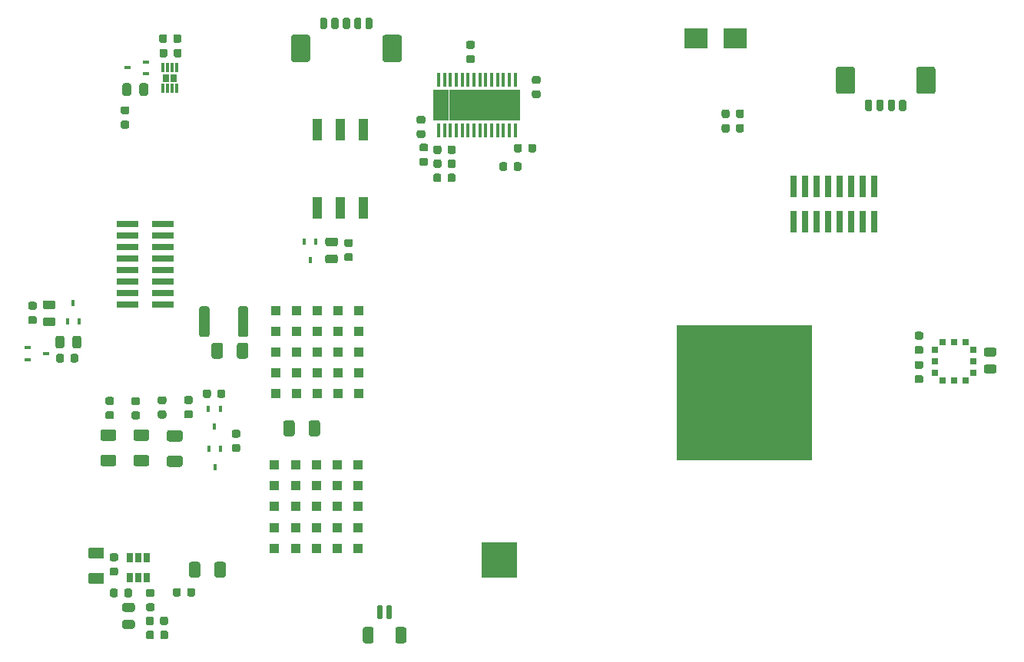
<source format=gtp>
G04 #@! TF.GenerationSoftware,KiCad,Pcbnew,(5.1.10-1-10_14)*
G04 #@! TF.CreationDate,2022-08-11T15:17:29-07:00*
G04 #@! TF.ProjectId,ulc-mm,756c632d-6d6d-42e6-9b69-6361645f7063,rev?*
G04 #@! TF.SameCoordinates,Original*
G04 #@! TF.FileFunction,Paste,Top*
G04 #@! TF.FilePolarity,Positive*
%FSLAX46Y46*%
G04 Gerber Fmt 4.6, Leading zero omitted, Abs format (unit mm)*
G04 Created by KiCad (PCBNEW (5.1.10-1-10_14)) date 2022-08-11 15:17:29*
%MOMM*%
%LPD*%
G01*
G04 APERTURE LIST*
%ADD10R,3.960000X3.960000*%
%ADD11R,1.675000X3.400000*%
%ADD12R,6.170000X2.400000*%
%ADD13R,0.300000X1.600000*%
%ADD14R,6.170000X0.500000*%
%ADD15R,0.300000X1.000000*%
%ADD16R,0.650000X0.850000*%
%ADD17R,1.060000X1.060000*%
%ADD18R,0.650000X1.060000*%
%ADD19R,0.450000X0.700000*%
%ADD20R,2.400000X0.740000*%
%ADD21R,1.120000X2.440000*%
%ADD22R,0.700000X0.450000*%
%ADD23R,0.740000X2.400000*%
%ADD24R,2.500000X2.300000*%
%ADD25R,15.000000X15.000000*%
%ADD26R,0.650000X0.700000*%
%ADD27R,0.700000X0.650000*%
G04 APERTURE END LIST*
D10*
X253047900Y-160985500D03*
D11*
X254488400Y-110804100D03*
D12*
X250565900Y-110804100D03*
D13*
X246340900Y-108004100D03*
X246990900Y-108004100D03*
X247640900Y-108004100D03*
X248290900Y-108004100D03*
X248940900Y-108004100D03*
X249590900Y-108004100D03*
X250240900Y-108004100D03*
X250890900Y-108004100D03*
X251540900Y-108004100D03*
X252190900Y-108004100D03*
X252840900Y-108004100D03*
X253490900Y-108004100D03*
X254140900Y-108004100D03*
X254790900Y-108004100D03*
X254790900Y-113604100D03*
X254140900Y-113604100D03*
X253490900Y-113604100D03*
X252840900Y-113604100D03*
X252190900Y-113604100D03*
X251540900Y-113604100D03*
X250890900Y-113604100D03*
X250240900Y-113604100D03*
X249590900Y-113604100D03*
X248940900Y-113604100D03*
X248290900Y-113604100D03*
X247640900Y-113604100D03*
X246990900Y-113604100D03*
X246340900Y-113604100D03*
D11*
X246643400Y-110804100D03*
D14*
X250565900Y-112254100D03*
X250565900Y-109354100D03*
G36*
G01*
X215650960Y-167962590D02*
X215650960Y-167450090D01*
G75*
G02*
X215869710Y-167231340I218750J0D01*
G01*
X216307210Y-167231340D01*
G75*
G02*
X216525960Y-167450090I0J-218750D01*
G01*
X216525960Y-167962590D01*
G75*
G02*
X216307210Y-168181340I-218750J0D01*
G01*
X215869710Y-168181340D01*
G75*
G02*
X215650960Y-167962590I0J218750D01*
G01*
G37*
G36*
G01*
X214075960Y-167962590D02*
X214075960Y-167450090D01*
G75*
G02*
X214294710Y-167231340I218750J0D01*
G01*
X214732210Y-167231340D01*
G75*
G02*
X214950960Y-167450090I0J-218750D01*
G01*
X214950960Y-167962590D01*
G75*
G02*
X214732210Y-168181340I-218750J0D01*
G01*
X214294710Y-168181340D01*
G75*
G02*
X214075960Y-167962590I0J218750D01*
G01*
G37*
G36*
G01*
X250116450Y-106140000D02*
X249603950Y-106140000D01*
G75*
G02*
X249385200Y-105921250I0J218750D01*
G01*
X249385200Y-105483750D01*
G75*
G02*
X249603950Y-105265000I218750J0D01*
G01*
X250116450Y-105265000D01*
G75*
G02*
X250335200Y-105483750I0J-218750D01*
G01*
X250335200Y-105921250D01*
G75*
G02*
X250116450Y-106140000I-218750J0D01*
G01*
G37*
G36*
G01*
X250116450Y-104565000D02*
X249603950Y-104565000D01*
G75*
G02*
X249385200Y-104346250I0J218750D01*
G01*
X249385200Y-103908750D01*
G75*
G02*
X249603950Y-103690000I218750J0D01*
G01*
X250116450Y-103690000D01*
G75*
G02*
X250335200Y-103908750I0J-218750D01*
G01*
X250335200Y-104346250D01*
G75*
G02*
X250116450Y-104565000I-218750J0D01*
G01*
G37*
D15*
X215950000Y-108950000D03*
X216450000Y-108950000D03*
X216950000Y-108950000D03*
X217450000Y-108950000D03*
X217450000Y-106650000D03*
X216950000Y-106650000D03*
X216450000Y-106650000D03*
X215950000Y-106650000D03*
D16*
X217137500Y-107800000D03*
X216262500Y-107800000D03*
D17*
X228401900Y-133457900D03*
X228401900Y-135747900D03*
X228401900Y-138037900D03*
X228401900Y-140327900D03*
X228401900Y-142617900D03*
X230691900Y-133457900D03*
X230691900Y-135747900D03*
X230691900Y-138037900D03*
X230691900Y-140327900D03*
X230691900Y-142617900D03*
X232981900Y-133457900D03*
X232981900Y-135747900D03*
X232981900Y-138037900D03*
X232981900Y-140327900D03*
X232981900Y-142617900D03*
X235271900Y-133457900D03*
X235271900Y-135747900D03*
X235271900Y-138037900D03*
X235271900Y-140327900D03*
X235271900Y-142617900D03*
X237561900Y-133457900D03*
X237561900Y-135747900D03*
X237561900Y-138037900D03*
X237561900Y-140327900D03*
X237561900Y-142617900D03*
X237434900Y-159685400D03*
X237434900Y-157395400D03*
X237434900Y-155105400D03*
X237434900Y-152815400D03*
X237434900Y-150525400D03*
X235144900Y-159685400D03*
X235144900Y-157395400D03*
X235144900Y-155105400D03*
X235144900Y-152815400D03*
X235144900Y-150525400D03*
X232854900Y-159685400D03*
X232854900Y-157395400D03*
X232854900Y-155105400D03*
X232854900Y-152815400D03*
X232854900Y-150525400D03*
X230564900Y-159685400D03*
X230564900Y-157395400D03*
X230564900Y-155105400D03*
X230564900Y-152815400D03*
X230564900Y-150525400D03*
X228274900Y-159685400D03*
X228274900Y-157395400D03*
X228274900Y-155105400D03*
X228274900Y-152815400D03*
X228274900Y-150525400D03*
D18*
X214201460Y-160775340D03*
X213251460Y-160775340D03*
X212301460Y-160775340D03*
X212301460Y-162975340D03*
X214201460Y-162975340D03*
X213251460Y-162975340D03*
D19*
X232844500Y-125873300D03*
X231544500Y-125873300D03*
X232194500Y-127873300D03*
D20*
X212020000Y-123885000D03*
X215920000Y-123885000D03*
X212020000Y-125155000D03*
X215920000Y-125155000D03*
X212020000Y-126425000D03*
X215920000Y-126425000D03*
X212020000Y-127695000D03*
X215920000Y-127695000D03*
X212020000Y-128965000D03*
X215920000Y-128965000D03*
X212020000Y-130235000D03*
X215920000Y-130235000D03*
X212020000Y-131505000D03*
X215920000Y-131505000D03*
X212020000Y-132775000D03*
X215920000Y-132775000D03*
G36*
G01*
X246631900Y-118557850D02*
X246631900Y-119070350D01*
G75*
G02*
X246413150Y-119289100I-218750J0D01*
G01*
X245975650Y-119289100D01*
G75*
G02*
X245756900Y-119070350I0J218750D01*
G01*
X245756900Y-118557850D01*
G75*
G02*
X245975650Y-118339100I218750J0D01*
G01*
X246413150Y-118339100D01*
G75*
G02*
X246631900Y-118557850I0J-218750D01*
G01*
G37*
G36*
G01*
X248206900Y-118557850D02*
X248206900Y-119070350D01*
G75*
G02*
X247988150Y-119289100I-218750J0D01*
G01*
X247550650Y-119289100D01*
G75*
G02*
X247331900Y-119070350I0J218750D01*
G01*
X247331900Y-118557850D01*
G75*
G02*
X247550650Y-118339100I218750J0D01*
G01*
X247988150Y-118339100D01*
G75*
G02*
X248206900Y-118557850I0J-218750D01*
G01*
G37*
G36*
G01*
X244155650Y-111962780D02*
X244668150Y-111962780D01*
G75*
G02*
X244886900Y-112181530I0J-218750D01*
G01*
X244886900Y-112619030D01*
G75*
G02*
X244668150Y-112837780I-218750J0D01*
G01*
X244155650Y-112837780D01*
G75*
G02*
X243936900Y-112619030I0J218750D01*
G01*
X243936900Y-112181530D01*
G75*
G02*
X244155650Y-111962780I218750J0D01*
G01*
G37*
G36*
G01*
X244155650Y-113537780D02*
X244668150Y-113537780D01*
G75*
G02*
X244886900Y-113756530I0J-218750D01*
G01*
X244886900Y-114194030D01*
G75*
G02*
X244668150Y-114412780I-218750J0D01*
G01*
X244155650Y-114412780D01*
G75*
G02*
X243936900Y-114194030I0J218750D01*
G01*
X243936900Y-113756530D01*
G75*
G02*
X244155650Y-113537780I218750J0D01*
G01*
G37*
G36*
G01*
X216118550Y-145370300D02*
X215606050Y-145370300D01*
G75*
G02*
X215387300Y-145151550I0J218750D01*
G01*
X215387300Y-144714050D01*
G75*
G02*
X215606050Y-144495300I218750J0D01*
G01*
X216118550Y-144495300D01*
G75*
G02*
X216337300Y-144714050I0J-218750D01*
G01*
X216337300Y-145151550D01*
G75*
G02*
X216118550Y-145370300I-218750J0D01*
G01*
G37*
G36*
G01*
X216118550Y-143795300D02*
X215606050Y-143795300D01*
G75*
G02*
X215387300Y-143576550I0J218750D01*
G01*
X215387300Y-143139050D01*
G75*
G02*
X215606050Y-142920300I218750J0D01*
G01*
X216118550Y-142920300D01*
G75*
G02*
X216337300Y-143139050I0J-218750D01*
G01*
X216337300Y-143576550D01*
G75*
G02*
X216118550Y-143795300I-218750J0D01*
G01*
G37*
G36*
G01*
X224117600Y-138521900D02*
X224117600Y-137271900D01*
G75*
G02*
X224367600Y-137021900I250000J0D01*
G01*
X225117600Y-137021900D01*
G75*
G02*
X225367600Y-137271900I0J-250000D01*
G01*
X225367600Y-138521900D01*
G75*
G02*
X225117600Y-138771900I-250000J0D01*
G01*
X224367600Y-138771900D01*
G75*
G02*
X224117600Y-138521900I0J250000D01*
G01*
G37*
G36*
G01*
X221317600Y-138521900D02*
X221317600Y-137271900D01*
G75*
G02*
X221567600Y-137021900I250000J0D01*
G01*
X222317600Y-137021900D01*
G75*
G02*
X222567600Y-137271900I0J-250000D01*
G01*
X222567600Y-138521900D01*
G75*
G02*
X222317600Y-138771900I-250000J0D01*
G01*
X221567600Y-138771900D01*
G75*
G02*
X221317600Y-138521900I0J250000D01*
G01*
G37*
G36*
G01*
X245777700Y-117502950D02*
X245777700Y-116990450D01*
G75*
G02*
X245996450Y-116771700I218750J0D01*
G01*
X246433950Y-116771700D01*
G75*
G02*
X246652700Y-116990450I0J-218750D01*
G01*
X246652700Y-117502950D01*
G75*
G02*
X246433950Y-117721700I-218750J0D01*
G01*
X245996450Y-117721700D01*
G75*
G02*
X245777700Y-117502950I0J218750D01*
G01*
G37*
G36*
G01*
X247352700Y-117502950D02*
X247352700Y-116990450D01*
G75*
G02*
X247571450Y-116771700I218750J0D01*
G01*
X248008950Y-116771700D01*
G75*
G02*
X248227700Y-116990450I0J-218750D01*
G01*
X248227700Y-117502950D01*
G75*
G02*
X248008950Y-117721700I-218750J0D01*
G01*
X247571450Y-117721700D01*
G75*
G02*
X247352700Y-117502950I0J218750D01*
G01*
G37*
G36*
G01*
X256855650Y-107563500D02*
X257368150Y-107563500D01*
G75*
G02*
X257586900Y-107782250I0J-218750D01*
G01*
X257586900Y-108219750D01*
G75*
G02*
X257368150Y-108438500I-218750J0D01*
G01*
X256855650Y-108438500D01*
G75*
G02*
X256636900Y-108219750I0J218750D01*
G01*
X256636900Y-107782250D01*
G75*
G02*
X256855650Y-107563500I218750J0D01*
G01*
G37*
G36*
G01*
X256855650Y-109138500D02*
X257368150Y-109138500D01*
G75*
G02*
X257586900Y-109357250I0J-218750D01*
G01*
X257586900Y-109794750D01*
G75*
G02*
X257368150Y-110013500I-218750J0D01*
G01*
X256855650Y-110013500D01*
G75*
G02*
X256636900Y-109794750I0J218750D01*
G01*
X256636900Y-109357250D01*
G75*
G02*
X256855650Y-109138500I218750J0D01*
G01*
G37*
G36*
G01*
X255496900Y-117307850D02*
X255496900Y-117820350D01*
G75*
G02*
X255278150Y-118039100I-218750J0D01*
G01*
X254840650Y-118039100D01*
G75*
G02*
X254621900Y-117820350I0J218750D01*
G01*
X254621900Y-117307850D01*
G75*
G02*
X254840650Y-117089100I218750J0D01*
G01*
X255278150Y-117089100D01*
G75*
G02*
X255496900Y-117307850I0J-218750D01*
G01*
G37*
G36*
G01*
X253921900Y-117307850D02*
X253921900Y-117820350D01*
G75*
G02*
X253703150Y-118039100I-218750J0D01*
G01*
X253265650Y-118039100D01*
G75*
G02*
X253046900Y-117820350I0J218750D01*
G01*
X253046900Y-117307850D01*
G75*
G02*
X253265650Y-117089100I218750J0D01*
G01*
X253703150Y-117089100D01*
G75*
G02*
X253921900Y-117307850I0J-218750D01*
G01*
G37*
G36*
G01*
X209840250Y-142996500D02*
X210352750Y-142996500D01*
G75*
G02*
X210571500Y-143215250I0J-218750D01*
G01*
X210571500Y-143652750D01*
G75*
G02*
X210352750Y-143871500I-218750J0D01*
G01*
X209840250Y-143871500D01*
G75*
G02*
X209621500Y-143652750I0J218750D01*
G01*
X209621500Y-143215250D01*
G75*
G02*
X209840250Y-142996500I218750J0D01*
G01*
G37*
G36*
G01*
X209840250Y-144571500D02*
X210352750Y-144571500D01*
G75*
G02*
X210571500Y-144790250I0J-218750D01*
G01*
X210571500Y-145227750D01*
G75*
G02*
X210352750Y-145446500I-218750J0D01*
G01*
X209840250Y-145446500D01*
G75*
G02*
X209621500Y-145227750I0J218750D01*
G01*
X209621500Y-144790250D01*
G75*
G02*
X209840250Y-144571500I218750J0D01*
G01*
G37*
G36*
G01*
X212710450Y-144596900D02*
X213222950Y-144596900D01*
G75*
G02*
X213441700Y-144815650I0J-218750D01*
G01*
X213441700Y-145253150D01*
G75*
G02*
X213222950Y-145471900I-218750J0D01*
G01*
X212710450Y-145471900D01*
G75*
G02*
X212491700Y-145253150I0J218750D01*
G01*
X212491700Y-144815650D01*
G75*
G02*
X212710450Y-144596900I218750J0D01*
G01*
G37*
G36*
G01*
X212710450Y-143021900D02*
X213222950Y-143021900D01*
G75*
G02*
X213441700Y-143240650I0J-218750D01*
G01*
X213441700Y-143678150D01*
G75*
G02*
X213222950Y-143896900I-218750J0D01*
G01*
X212710450Y-143896900D01*
G75*
G02*
X212491700Y-143678150I0J218750D01*
G01*
X212491700Y-143240650D01*
G75*
G02*
X212710450Y-143021900I218750J0D01*
G01*
G37*
G36*
G01*
X217114000Y-103698050D02*
X217114000Y-103185550D01*
G75*
G02*
X217332750Y-102966800I218750J0D01*
G01*
X217770250Y-102966800D01*
G75*
G02*
X217989000Y-103185550I0J-218750D01*
G01*
X217989000Y-103698050D01*
G75*
G02*
X217770250Y-103916800I-218750J0D01*
G01*
X217332750Y-103916800D01*
G75*
G02*
X217114000Y-103698050I0J218750D01*
G01*
G37*
G36*
G01*
X215539000Y-103698050D02*
X215539000Y-103185550D01*
G75*
G02*
X215757750Y-102966800I218750J0D01*
G01*
X216195250Y-102966800D01*
G75*
G02*
X216414000Y-103185550I0J-218750D01*
G01*
X216414000Y-103698050D01*
G75*
G02*
X216195250Y-103916800I-218750J0D01*
G01*
X215757750Y-103916800D01*
G75*
G02*
X215539000Y-103698050I0J218750D01*
G01*
G37*
G36*
G01*
X207976460Y-159600340D02*
X209226460Y-159600340D01*
G75*
G02*
X209476460Y-159850340I0J-250000D01*
G01*
X209476460Y-160600340D01*
G75*
G02*
X209226460Y-160850340I-250000J0D01*
G01*
X207976460Y-160850340D01*
G75*
G02*
X207726460Y-160600340I0J250000D01*
G01*
X207726460Y-159850340D01*
G75*
G02*
X207976460Y-159600340I250000J0D01*
G01*
G37*
G36*
G01*
X207976460Y-162400340D02*
X209226460Y-162400340D01*
G75*
G02*
X209476460Y-162650340I0J-250000D01*
G01*
X209476460Y-163400340D01*
G75*
G02*
X209226460Y-163650340I-250000J0D01*
G01*
X207976460Y-163650340D01*
G75*
G02*
X207726460Y-163400340I0J250000D01*
G01*
X207726460Y-162650340D01*
G75*
G02*
X207976460Y-162400340I250000J0D01*
G01*
G37*
G36*
G01*
X210295210Y-161825340D02*
X210807710Y-161825340D01*
G75*
G02*
X211026460Y-162044090I0J-218750D01*
G01*
X211026460Y-162481590D01*
G75*
G02*
X210807710Y-162700340I-218750J0D01*
G01*
X210295210Y-162700340D01*
G75*
G02*
X210076460Y-162481590I0J218750D01*
G01*
X210076460Y-162044090D01*
G75*
G02*
X210295210Y-161825340I218750J0D01*
G01*
G37*
G36*
G01*
X210295210Y-160250340D02*
X210807710Y-160250340D01*
G75*
G02*
X211026460Y-160469090I0J-218750D01*
G01*
X211026460Y-160906590D01*
G75*
G02*
X210807710Y-161125340I-218750J0D01*
G01*
X210295210Y-161125340D01*
G75*
G02*
X210076460Y-160906590I0J218750D01*
G01*
X210076460Y-160469090D01*
G75*
G02*
X210295210Y-160250340I218750J0D01*
G01*
G37*
G36*
G01*
X214320810Y-165770340D02*
X214833310Y-165770340D01*
G75*
G02*
X215052060Y-165989090I0J-218750D01*
G01*
X215052060Y-166426590D01*
G75*
G02*
X214833310Y-166645340I-218750J0D01*
G01*
X214320810Y-166645340D01*
G75*
G02*
X214102060Y-166426590I0J218750D01*
G01*
X214102060Y-165989090D01*
G75*
G02*
X214320810Y-165770340I218750J0D01*
G01*
G37*
G36*
G01*
X214320810Y-164195340D02*
X214833310Y-164195340D01*
G75*
G02*
X215052060Y-164414090I0J-218750D01*
G01*
X215052060Y-164851590D01*
G75*
G02*
X214833310Y-165070340I-218750J0D01*
G01*
X214320810Y-165070340D01*
G75*
G02*
X214102060Y-164851590I0J218750D01*
G01*
X214102060Y-164414090D01*
G75*
G02*
X214320810Y-164195340I218750J0D01*
G01*
G37*
G36*
G01*
X211001260Y-164369090D02*
X211001260Y-164881590D01*
G75*
G02*
X210782510Y-165100340I-218750J0D01*
G01*
X210345010Y-165100340D01*
G75*
G02*
X210126260Y-164881590I0J218750D01*
G01*
X210126260Y-164369090D01*
G75*
G02*
X210345010Y-164150340I218750J0D01*
G01*
X210782510Y-164150340D01*
G75*
G02*
X211001260Y-164369090I0J-218750D01*
G01*
G37*
G36*
G01*
X212576260Y-164369090D02*
X212576260Y-164881590D01*
G75*
G02*
X212357510Y-165100340I-218750J0D01*
G01*
X211920010Y-165100340D01*
G75*
G02*
X211701260Y-164881590I0J218750D01*
G01*
X211701260Y-164369090D01*
G75*
G02*
X211920010Y-164150340I218750J0D01*
G01*
X212357510Y-164150340D01*
G75*
G02*
X212576260Y-164369090I0J-218750D01*
G01*
G37*
G36*
G01*
X220086020Y-161437460D02*
X220086020Y-162687460D01*
G75*
G02*
X219836020Y-162937460I-250000J0D01*
G01*
X219086020Y-162937460D01*
G75*
G02*
X218836020Y-162687460I0J250000D01*
G01*
X218836020Y-161437460D01*
G75*
G02*
X219086020Y-161187460I250000J0D01*
G01*
X219836020Y-161187460D01*
G75*
G02*
X220086020Y-161437460I0J-250000D01*
G01*
G37*
G36*
G01*
X222886020Y-161437460D02*
X222886020Y-162687460D01*
G75*
G02*
X222636020Y-162937460I-250000J0D01*
G01*
X221886020Y-162937460D01*
G75*
G02*
X221636020Y-162687460I0J250000D01*
G01*
X221636020Y-161437460D01*
G75*
G02*
X221886020Y-161187460I250000J0D01*
G01*
X222636020Y-161187460D01*
G75*
G02*
X222886020Y-161437460I0J-250000D01*
G01*
G37*
G36*
G01*
X210569100Y-147840700D02*
X209319100Y-147840700D01*
G75*
G02*
X209069100Y-147590700I0J250000D01*
G01*
X209069100Y-146840700D01*
G75*
G02*
X209319100Y-146590700I250000J0D01*
G01*
X210569100Y-146590700D01*
G75*
G02*
X210819100Y-146840700I0J-250000D01*
G01*
X210819100Y-147590700D01*
G75*
G02*
X210569100Y-147840700I-250000J0D01*
G01*
G37*
G36*
G01*
X210569100Y-150640700D02*
X209319100Y-150640700D01*
G75*
G02*
X209069100Y-150390700I0J250000D01*
G01*
X209069100Y-149640700D01*
G75*
G02*
X209319100Y-149390700I250000J0D01*
G01*
X210569100Y-149390700D01*
G75*
G02*
X210819100Y-149640700I0J-250000D01*
G01*
X210819100Y-150390700D01*
G75*
G02*
X210569100Y-150640700I-250000J0D01*
G01*
G37*
G36*
G01*
X217884300Y-150716900D02*
X216634300Y-150716900D01*
G75*
G02*
X216384300Y-150466900I0J250000D01*
G01*
X216384300Y-149716900D01*
G75*
G02*
X216634300Y-149466900I250000J0D01*
G01*
X217884300Y-149466900D01*
G75*
G02*
X218134300Y-149716900I0J-250000D01*
G01*
X218134300Y-150466900D01*
G75*
G02*
X217884300Y-150716900I-250000J0D01*
G01*
G37*
G36*
G01*
X217884300Y-147916900D02*
X216634300Y-147916900D01*
G75*
G02*
X216384300Y-147666900I0J250000D01*
G01*
X216384300Y-146916900D01*
G75*
G02*
X216634300Y-146666900I250000J0D01*
G01*
X217884300Y-146666900D01*
G75*
G02*
X218134300Y-146916900I0J-250000D01*
G01*
X218134300Y-147666900D01*
G75*
G02*
X217884300Y-147916900I-250000J0D01*
G01*
G37*
G36*
G01*
X214201300Y-150640700D02*
X212951300Y-150640700D01*
G75*
G02*
X212701300Y-150390700I0J250000D01*
G01*
X212701300Y-149640700D01*
G75*
G02*
X212951300Y-149390700I250000J0D01*
G01*
X214201300Y-149390700D01*
G75*
G02*
X214451300Y-149640700I0J-250000D01*
G01*
X214451300Y-150390700D01*
G75*
G02*
X214201300Y-150640700I-250000J0D01*
G01*
G37*
G36*
G01*
X214201300Y-147840700D02*
X212951300Y-147840700D01*
G75*
G02*
X212701300Y-147590700I0J250000D01*
G01*
X212701300Y-146840700D01*
G75*
G02*
X212951300Y-146590700I250000J0D01*
G01*
X214201300Y-146590700D01*
G75*
G02*
X214451300Y-146840700I0J-250000D01*
G01*
X214451300Y-147590700D01*
G75*
G02*
X214201300Y-147840700I-250000J0D01*
G01*
G37*
G36*
G01*
X221094500Y-133233797D02*
X221094500Y-136133803D01*
G75*
G02*
X220844503Y-136383800I-249997J0D01*
G01*
X220219497Y-136383800D01*
G75*
G02*
X219969500Y-136133803I0J249997D01*
G01*
X219969500Y-133233797D01*
G75*
G02*
X220219497Y-132983800I249997J0D01*
G01*
X220844503Y-132983800D01*
G75*
G02*
X221094500Y-133233797I0J-249997D01*
G01*
G37*
G36*
G01*
X225369500Y-133233797D02*
X225369500Y-136133803D01*
G75*
G02*
X225119503Y-136383800I-249997J0D01*
G01*
X224494497Y-136383800D01*
G75*
G02*
X224244500Y-136133803I0J249997D01*
G01*
X224244500Y-133233797D01*
G75*
G02*
X224494497Y-132983800I249997J0D01*
G01*
X225119503Y-132983800D01*
G75*
G02*
X225369500Y-133233797I0J-249997D01*
G01*
G37*
G36*
G01*
X205987200Y-137395570D02*
X205987200Y-136483070D01*
G75*
G02*
X206230950Y-136239320I243750J0D01*
G01*
X206718450Y-136239320D01*
G75*
G02*
X206962200Y-136483070I0J-243750D01*
G01*
X206962200Y-137395570D01*
G75*
G02*
X206718450Y-137639320I-243750J0D01*
G01*
X206230950Y-137639320D01*
G75*
G02*
X205987200Y-137395570I0J243750D01*
G01*
G37*
G36*
G01*
X204112200Y-137395570D02*
X204112200Y-136483070D01*
G75*
G02*
X204355950Y-136239320I243750J0D01*
G01*
X204843450Y-136239320D01*
G75*
G02*
X205087200Y-136483070I0J-243750D01*
G01*
X205087200Y-137395570D01*
G75*
G02*
X204843450Y-137639320I-243750J0D01*
G01*
X204355950Y-137639320D01*
G75*
G02*
X204112200Y-137395570I0J243750D01*
G01*
G37*
G36*
G01*
X206635200Y-138461070D02*
X206635200Y-138973570D01*
G75*
G02*
X206416450Y-139192320I-218750J0D01*
G01*
X205978950Y-139192320D01*
G75*
G02*
X205760200Y-138973570I0J218750D01*
G01*
X205760200Y-138461070D01*
G75*
G02*
X205978950Y-138242320I218750J0D01*
G01*
X206416450Y-138242320D01*
G75*
G02*
X206635200Y-138461070I0J-218750D01*
G01*
G37*
G36*
G01*
X205060200Y-138461070D02*
X205060200Y-138973570D01*
G75*
G02*
X204841450Y-139192320I-218750J0D01*
G01*
X204403950Y-139192320D01*
G75*
G02*
X204185200Y-138973570I0J218750D01*
G01*
X204185200Y-138461070D01*
G75*
G02*
X204403950Y-138242320I218750J0D01*
G01*
X204841450Y-138242320D01*
G75*
G02*
X205060200Y-138461070I0J-218750D01*
G01*
G37*
G36*
G01*
X254650900Y-115790350D02*
X254650900Y-115277850D01*
G75*
G02*
X254869650Y-115059100I218750J0D01*
G01*
X255307150Y-115059100D01*
G75*
G02*
X255525900Y-115277850I0J-218750D01*
G01*
X255525900Y-115790350D01*
G75*
G02*
X255307150Y-116009100I-218750J0D01*
G01*
X254869650Y-116009100D01*
G75*
G02*
X254650900Y-115790350I0J218750D01*
G01*
G37*
G36*
G01*
X256225900Y-115790350D02*
X256225900Y-115277850D01*
G75*
G02*
X256444650Y-115059100I218750J0D01*
G01*
X256882150Y-115059100D01*
G75*
G02*
X257100900Y-115277850I0J-218750D01*
G01*
X257100900Y-115790350D01*
G75*
G02*
X256882150Y-116009100I-218750J0D01*
G01*
X256444650Y-116009100D01*
G75*
G02*
X256225900Y-115790350I0J218750D01*
G01*
G37*
G36*
G01*
X235012950Y-126372500D02*
X234100450Y-126372500D01*
G75*
G02*
X233856700Y-126128750I0J243750D01*
G01*
X233856700Y-125641250D01*
G75*
G02*
X234100450Y-125397500I243750J0D01*
G01*
X235012950Y-125397500D01*
G75*
G02*
X235256700Y-125641250I0J-243750D01*
G01*
X235256700Y-126128750D01*
G75*
G02*
X235012950Y-126372500I-243750J0D01*
G01*
G37*
G36*
G01*
X235012950Y-128247500D02*
X234100450Y-128247500D01*
G75*
G02*
X233856700Y-128003750I0J243750D01*
G01*
X233856700Y-127516250D01*
G75*
G02*
X234100450Y-127272500I243750J0D01*
G01*
X235012950Y-127272500D01*
G75*
G02*
X235256700Y-127516250I0J-243750D01*
G01*
X235256700Y-128003750D01*
G75*
G02*
X235012950Y-128247500I-243750J0D01*
G01*
G37*
G36*
G01*
X236167350Y-125559400D02*
X236679850Y-125559400D01*
G75*
G02*
X236898600Y-125778150I0J-218750D01*
G01*
X236898600Y-126215650D01*
G75*
G02*
X236679850Y-126434400I-218750J0D01*
G01*
X236167350Y-126434400D01*
G75*
G02*
X235948600Y-126215650I0J218750D01*
G01*
X235948600Y-125778150D01*
G75*
G02*
X236167350Y-125559400I218750J0D01*
G01*
G37*
G36*
G01*
X236167350Y-127134400D02*
X236679850Y-127134400D01*
G75*
G02*
X236898600Y-127353150I0J-218750D01*
G01*
X236898600Y-127790650D01*
G75*
G02*
X236679850Y-128009400I-218750J0D01*
G01*
X236167350Y-128009400D01*
G75*
G02*
X235948600Y-127790650I0J218750D01*
G01*
X235948600Y-127353150D01*
G75*
G02*
X236167350Y-127134400I218750J0D01*
G01*
G37*
G36*
G01*
X212633010Y-166710240D02*
X211720510Y-166710240D01*
G75*
G02*
X211476760Y-166466490I0J243750D01*
G01*
X211476760Y-165978990D01*
G75*
G02*
X211720510Y-165735240I243750J0D01*
G01*
X212633010Y-165735240D01*
G75*
G02*
X212876760Y-165978990I0J-243750D01*
G01*
X212876760Y-166466490D01*
G75*
G02*
X212633010Y-166710240I-243750J0D01*
G01*
G37*
G36*
G01*
X212633010Y-168585240D02*
X211720510Y-168585240D01*
G75*
G02*
X211476760Y-168341490I0J243750D01*
G01*
X211476760Y-167853990D01*
G75*
G02*
X211720510Y-167610240I243750J0D01*
G01*
X212633010Y-167610240D01*
G75*
G02*
X212876760Y-167853990I0J-243750D01*
G01*
X212876760Y-168341490D01*
G75*
G02*
X212633010Y-168585240I-243750J0D01*
G01*
G37*
G36*
G01*
X219507920Y-164303030D02*
X219507920Y-164815530D01*
G75*
G02*
X219289170Y-165034280I-218750J0D01*
G01*
X218851670Y-165034280D01*
G75*
G02*
X218632920Y-164815530I0J218750D01*
G01*
X218632920Y-164303030D01*
G75*
G02*
X218851670Y-164084280I218750J0D01*
G01*
X219289170Y-164084280D01*
G75*
G02*
X219507920Y-164303030I0J-218750D01*
G01*
G37*
G36*
G01*
X217932920Y-164303030D02*
X217932920Y-164815530D01*
G75*
G02*
X217714170Y-165034280I-218750J0D01*
G01*
X217276670Y-165034280D01*
G75*
G02*
X217057920Y-164815530I0J218750D01*
G01*
X217057920Y-164303030D01*
G75*
G02*
X217276670Y-164084280I218750J0D01*
G01*
X217714170Y-164084280D01*
G75*
G02*
X217932920Y-164303030I0J-218750D01*
G01*
G37*
G36*
G01*
X221252700Y-142377750D02*
X221252700Y-142890250D01*
G75*
G02*
X221033950Y-143109000I-218750J0D01*
G01*
X220596450Y-143109000D01*
G75*
G02*
X220377700Y-142890250I0J218750D01*
G01*
X220377700Y-142377750D01*
G75*
G02*
X220596450Y-142159000I218750J0D01*
G01*
X221033950Y-142159000D01*
G75*
G02*
X221252700Y-142377750I0J-218750D01*
G01*
G37*
G36*
G01*
X222827700Y-142377750D02*
X222827700Y-142890250D01*
G75*
G02*
X222608950Y-143109000I-218750J0D01*
G01*
X222171450Y-143109000D01*
G75*
G02*
X221952700Y-142890250I0J218750D01*
G01*
X221952700Y-142377750D01*
G75*
G02*
X222171450Y-142159000I218750J0D01*
G01*
X222608950Y-142159000D01*
G75*
G02*
X222827700Y-142377750I0J-218750D01*
G01*
G37*
D21*
X232969200Y-122097800D03*
X238049200Y-113487800D03*
X235509200Y-122097800D03*
X235509200Y-113487800D03*
X238049200Y-122097800D03*
X232969200Y-113487800D03*
G36*
G01*
X233279700Y-145831700D02*
X233279700Y-147081700D01*
G75*
G02*
X233029700Y-147331700I-250000J0D01*
G01*
X232279700Y-147331700D01*
G75*
G02*
X232029700Y-147081700I0J250000D01*
G01*
X232029700Y-145831700D01*
G75*
G02*
X232279700Y-145581700I250000J0D01*
G01*
X233029700Y-145581700D01*
G75*
G02*
X233279700Y-145831700I0J-250000D01*
G01*
G37*
G36*
G01*
X230479700Y-145831700D02*
X230479700Y-147081700D01*
G75*
G02*
X230229700Y-147331700I-250000J0D01*
G01*
X229479700Y-147331700D01*
G75*
G02*
X229229700Y-147081700I0J250000D01*
G01*
X229229700Y-145831700D01*
G75*
G02*
X229479700Y-145581700I250000J0D01*
G01*
X230229700Y-145581700D01*
G75*
G02*
X230479700Y-145831700I0J-250000D01*
G01*
G37*
G36*
G01*
X244968150Y-117479100D02*
X244455650Y-117479100D01*
G75*
G02*
X244236900Y-117260350I0J218750D01*
G01*
X244236900Y-116822850D01*
G75*
G02*
X244455650Y-116604100I218750J0D01*
G01*
X244968150Y-116604100D01*
G75*
G02*
X245186900Y-116822850I0J-218750D01*
G01*
X245186900Y-117260350D01*
G75*
G02*
X244968150Y-117479100I-218750J0D01*
G01*
G37*
G36*
G01*
X244968150Y-115904100D02*
X244455650Y-115904100D01*
G75*
G02*
X244236900Y-115685350I0J218750D01*
G01*
X244236900Y-115247850D01*
G75*
G02*
X244455650Y-115029100I218750J0D01*
G01*
X244968150Y-115029100D01*
G75*
G02*
X245186900Y-115247850I0J-218750D01*
G01*
X245186900Y-115685350D01*
G75*
G02*
X244968150Y-115904100I-218750J0D01*
G01*
G37*
G36*
G01*
X245776900Y-115960350D02*
X245776900Y-115447850D01*
G75*
G02*
X245995650Y-115229100I218750J0D01*
G01*
X246433150Y-115229100D01*
G75*
G02*
X246651900Y-115447850I0J-218750D01*
G01*
X246651900Y-115960350D01*
G75*
G02*
X246433150Y-116179100I-218750J0D01*
G01*
X245995650Y-116179100D01*
G75*
G02*
X245776900Y-115960350I0J218750D01*
G01*
G37*
G36*
G01*
X247351900Y-115960350D02*
X247351900Y-115447850D01*
G75*
G02*
X247570650Y-115229100I218750J0D01*
G01*
X248008150Y-115229100D01*
G75*
G02*
X248226900Y-115447850I0J-218750D01*
G01*
X248226900Y-115960350D01*
G75*
G02*
X248008150Y-116179100I-218750J0D01*
G01*
X247570650Y-116179100D01*
G75*
G02*
X247351900Y-115960350I0J218750D01*
G01*
G37*
D22*
X201044700Y-137572020D03*
X201044700Y-138872020D03*
X203044700Y-138222020D03*
G36*
G01*
X218527050Y-142907600D02*
X219039550Y-142907600D01*
G75*
G02*
X219258300Y-143126350I0J-218750D01*
G01*
X219258300Y-143563850D01*
G75*
G02*
X219039550Y-143782600I-218750J0D01*
G01*
X218527050Y-143782600D01*
G75*
G02*
X218308300Y-143563850I0J218750D01*
G01*
X218308300Y-143126350D01*
G75*
G02*
X218527050Y-142907600I218750J0D01*
G01*
G37*
G36*
G01*
X218527050Y-144482600D02*
X219039550Y-144482600D01*
G75*
G02*
X219258300Y-144701350I0J-218750D01*
G01*
X219258300Y-145138850D01*
G75*
G02*
X219039550Y-145357600I-218750J0D01*
G01*
X218527050Y-145357600D01*
G75*
G02*
X218308300Y-145138850I0J218750D01*
G01*
X218308300Y-144701350D01*
G75*
G02*
X218527050Y-144482600I218750J0D01*
G01*
G37*
G36*
G01*
X217152100Y-105310950D02*
X217152100Y-104798450D01*
G75*
G02*
X217370850Y-104579700I218750J0D01*
G01*
X217808350Y-104579700D01*
G75*
G02*
X218027100Y-104798450I0J-218750D01*
G01*
X218027100Y-105310950D01*
G75*
G02*
X217808350Y-105529700I-218750J0D01*
G01*
X217370850Y-105529700D01*
G75*
G02*
X217152100Y-105310950I0J218750D01*
G01*
G37*
G36*
G01*
X215577100Y-105310950D02*
X215577100Y-104798450D01*
G75*
G02*
X215795850Y-104579700I218750J0D01*
G01*
X216233350Y-104579700D01*
G75*
G02*
X216452100Y-104798450I0J-218750D01*
G01*
X216452100Y-105310950D01*
G75*
G02*
X216233350Y-105529700I-218750J0D01*
G01*
X215795850Y-105529700D01*
G75*
G02*
X215577100Y-105310950I0J218750D01*
G01*
G37*
D19*
X206083300Y-132667800D03*
X206733300Y-134667800D03*
X205433300Y-134667800D03*
X221615400Y-146288300D03*
X220965400Y-144288300D03*
X222265400Y-144288300D03*
X222328900Y-148707900D03*
X221028900Y-148707900D03*
X221678900Y-150707900D03*
G36*
G01*
X203872550Y-133319400D02*
X202960050Y-133319400D01*
G75*
G02*
X202716300Y-133075650I0J243750D01*
G01*
X202716300Y-132588150D01*
G75*
G02*
X202960050Y-132344400I243750J0D01*
G01*
X203872550Y-132344400D01*
G75*
G02*
X204116300Y-132588150I0J-243750D01*
G01*
X204116300Y-133075650D01*
G75*
G02*
X203872550Y-133319400I-243750J0D01*
G01*
G37*
G36*
G01*
X203872550Y-135194400D02*
X202960050Y-135194400D01*
G75*
G02*
X202716300Y-134950650I0J243750D01*
G01*
X202716300Y-134463150D01*
G75*
G02*
X202960050Y-134219400I243750J0D01*
G01*
X203872550Y-134219400D01*
G75*
G02*
X204116300Y-134463150I0J-243750D01*
G01*
X204116300Y-134950650D01*
G75*
G02*
X203872550Y-135194400I-243750J0D01*
G01*
G37*
G36*
G01*
X201331250Y-134068600D02*
X201843750Y-134068600D01*
G75*
G02*
X202062500Y-134287350I0J-218750D01*
G01*
X202062500Y-134724850D01*
G75*
G02*
X201843750Y-134943600I-218750J0D01*
G01*
X201331250Y-134943600D01*
G75*
G02*
X201112500Y-134724850I0J218750D01*
G01*
X201112500Y-134287350D01*
G75*
G02*
X201331250Y-134068600I218750J0D01*
G01*
G37*
G36*
G01*
X201331250Y-132493600D02*
X201843750Y-132493600D01*
G75*
G02*
X202062500Y-132712350I0J-218750D01*
G01*
X202062500Y-133149850D01*
G75*
G02*
X201843750Y-133368600I-218750J0D01*
G01*
X201331250Y-133368600D01*
G75*
G02*
X201112500Y-133149850I0J218750D01*
G01*
X201112500Y-132712350D01*
G75*
G02*
X201331250Y-132493600I218750J0D01*
G01*
G37*
G36*
G01*
X297895000Y-110350000D02*
X297895000Y-111250000D01*
G75*
G02*
X297695000Y-111450000I-200000J0D01*
G01*
X297295000Y-111450000D01*
G75*
G02*
X297095000Y-111250000I0J200000D01*
G01*
X297095000Y-110350000D01*
G75*
G02*
X297295000Y-110150000I200000J0D01*
G01*
X297695000Y-110150000D01*
G75*
G02*
X297895000Y-110350000I0J-200000D01*
G01*
G37*
G36*
G01*
X296645000Y-110350000D02*
X296645000Y-111250000D01*
G75*
G02*
X296445000Y-111450000I-200000J0D01*
G01*
X296045000Y-111450000D01*
G75*
G02*
X295845000Y-111250000I0J200000D01*
G01*
X295845000Y-110350000D01*
G75*
G02*
X296045000Y-110150000I200000J0D01*
G01*
X296445000Y-110150000D01*
G75*
G02*
X296645000Y-110350000I0J-200000D01*
G01*
G37*
G36*
G01*
X295395000Y-110350000D02*
X295395000Y-111250000D01*
G75*
G02*
X295195000Y-111450000I-200000J0D01*
G01*
X294795000Y-111450000D01*
G75*
G02*
X294595000Y-111250000I0J200000D01*
G01*
X294595000Y-110350000D01*
G75*
G02*
X294795000Y-110150000I200000J0D01*
G01*
X295195000Y-110150000D01*
G75*
G02*
X295395000Y-110350000I0J-200000D01*
G01*
G37*
G36*
G01*
X294145000Y-110350000D02*
X294145000Y-111250000D01*
G75*
G02*
X293945000Y-111450000I-200000J0D01*
G01*
X293545000Y-111450000D01*
G75*
G02*
X293345000Y-111250000I0J200000D01*
G01*
X293345000Y-110350000D01*
G75*
G02*
X293545000Y-110150000I200000J0D01*
G01*
X293945000Y-110150000D01*
G75*
G02*
X294145000Y-110350000I0J-200000D01*
G01*
G37*
G36*
G01*
X301095000Y-106799999D02*
X301095000Y-109300001D01*
G75*
G02*
X300845001Y-109550000I-249999J0D01*
G01*
X299244999Y-109550000D01*
G75*
G02*
X298995000Y-109300001I0J249999D01*
G01*
X298995000Y-106799999D01*
G75*
G02*
X299244999Y-106550000I249999J0D01*
G01*
X300845001Y-106550000D01*
G75*
G02*
X301095000Y-106799999I0J-249999D01*
G01*
G37*
G36*
G01*
X292245000Y-106799999D02*
X292245000Y-109300001D01*
G75*
G02*
X291995001Y-109550000I-249999J0D01*
G01*
X290394999Y-109550000D01*
G75*
G02*
X290145000Y-109300001I0J249999D01*
G01*
X290145000Y-106799999D01*
G75*
G02*
X290394999Y-106550000I249999J0D01*
G01*
X291995001Y-106550000D01*
G75*
G02*
X292245000Y-106799999I0J-249999D01*
G01*
G37*
D23*
X294345000Y-119790000D03*
X294345000Y-123690000D03*
X293075000Y-119790000D03*
X293075000Y-123690000D03*
X291805000Y-119790000D03*
X291805000Y-123690000D03*
X290535000Y-119790000D03*
X290535000Y-123690000D03*
X289265000Y-119790000D03*
X289265000Y-123690000D03*
X287995000Y-119790000D03*
X287995000Y-123690000D03*
X286725000Y-119790000D03*
X286725000Y-123690000D03*
X285455000Y-119790000D03*
X285455000Y-123690000D03*
G36*
G01*
X277547000Y-113592850D02*
X277547000Y-113080350D01*
G75*
G02*
X277765750Y-112861600I218750J0D01*
G01*
X278203250Y-112861600D01*
G75*
G02*
X278422000Y-113080350I0J-218750D01*
G01*
X278422000Y-113592850D01*
G75*
G02*
X278203250Y-113811600I-218750J0D01*
G01*
X277765750Y-113811600D01*
G75*
G02*
X277547000Y-113592850I0J218750D01*
G01*
G37*
G36*
G01*
X279122000Y-113592850D02*
X279122000Y-113080350D01*
G75*
G02*
X279340750Y-112861600I218750J0D01*
G01*
X279778250Y-112861600D01*
G75*
G02*
X279997000Y-113080350I0J-218750D01*
G01*
X279997000Y-113592850D01*
G75*
G02*
X279778250Y-113811600I-218750J0D01*
G01*
X279340750Y-113811600D01*
G75*
G02*
X279122000Y-113592850I0J218750D01*
G01*
G37*
G36*
G01*
X277547000Y-111990350D02*
X277547000Y-111477850D01*
G75*
G02*
X277765750Y-111259100I218750J0D01*
G01*
X278203250Y-111259100D01*
G75*
G02*
X278422000Y-111477850I0J-218750D01*
G01*
X278422000Y-111990350D01*
G75*
G02*
X278203250Y-112209100I-218750J0D01*
G01*
X277765750Y-112209100D01*
G75*
G02*
X277547000Y-111990350I0J218750D01*
G01*
G37*
G36*
G01*
X279122000Y-111990350D02*
X279122000Y-111477850D01*
G75*
G02*
X279340750Y-111259100I218750J0D01*
G01*
X279778250Y-111259100D01*
G75*
G02*
X279997000Y-111477850I0J-218750D01*
G01*
X279997000Y-111990350D01*
G75*
G02*
X279778250Y-112209100I-218750J0D01*
G01*
X279340750Y-112209100D01*
G75*
G02*
X279122000Y-111990350I0J218750D01*
G01*
G37*
D24*
X274750000Y-103400000D03*
X279050000Y-103400000D03*
D25*
X280070251Y-142500000D03*
D22*
X214100000Y-107310000D03*
X214100000Y-106010000D03*
X212100000Y-106660000D03*
G36*
G01*
X214335000Y-108603750D02*
X214335000Y-109516250D01*
G75*
G02*
X214091250Y-109760000I-243750J0D01*
G01*
X213603750Y-109760000D01*
G75*
G02*
X213360000Y-109516250I0J243750D01*
G01*
X213360000Y-108603750D01*
G75*
G02*
X213603750Y-108360000I243750J0D01*
G01*
X214091250Y-108360000D01*
G75*
G02*
X214335000Y-108603750I0J-243750D01*
G01*
G37*
G36*
G01*
X212460000Y-108603750D02*
X212460000Y-109516250D01*
G75*
G02*
X212216250Y-109760000I-243750J0D01*
G01*
X211728750Y-109760000D01*
G75*
G02*
X211485000Y-109516250I0J243750D01*
G01*
X211485000Y-108603750D01*
G75*
G02*
X211728750Y-108360000I243750J0D01*
G01*
X212216250Y-108360000D01*
G75*
G02*
X212460000Y-108603750I0J-243750D01*
G01*
G37*
G36*
G01*
X224276250Y-149065000D02*
X223763750Y-149065000D01*
G75*
G02*
X223545000Y-148846250I0J218750D01*
G01*
X223545000Y-148408750D01*
G75*
G02*
X223763750Y-148190000I218750J0D01*
G01*
X224276250Y-148190000D01*
G75*
G02*
X224495000Y-148408750I0J-218750D01*
G01*
X224495000Y-148846250D01*
G75*
G02*
X224276250Y-149065000I-218750J0D01*
G01*
G37*
G36*
G01*
X224276250Y-147490000D02*
X223763750Y-147490000D01*
G75*
G02*
X223545000Y-147271250I0J218750D01*
G01*
X223545000Y-146833750D01*
G75*
G02*
X223763750Y-146615000I218750J0D01*
G01*
X224276250Y-146615000D01*
G75*
G02*
X224495000Y-146833750I0J-218750D01*
G01*
X224495000Y-147271250D01*
G75*
G02*
X224276250Y-147490000I-218750J0D01*
G01*
G37*
G36*
G01*
X211533750Y-110925000D02*
X212046250Y-110925000D01*
G75*
G02*
X212265000Y-111143750I0J-218750D01*
G01*
X212265000Y-111581250D01*
G75*
G02*
X212046250Y-111800000I-218750J0D01*
G01*
X211533750Y-111800000D01*
G75*
G02*
X211315000Y-111581250I0J218750D01*
G01*
X211315000Y-111143750D01*
G75*
G02*
X211533750Y-110925000I218750J0D01*
G01*
G37*
G36*
G01*
X211533750Y-112500000D02*
X212046250Y-112500000D01*
G75*
G02*
X212265000Y-112718750I0J-218750D01*
G01*
X212265000Y-113156250D01*
G75*
G02*
X212046250Y-113375000I-218750J0D01*
G01*
X211533750Y-113375000D01*
G75*
G02*
X211315000Y-113156250I0J218750D01*
G01*
X211315000Y-112718750D01*
G75*
G02*
X211533750Y-112500000I218750J0D01*
G01*
G37*
G36*
G01*
X215670000Y-169526250D02*
X215670000Y-169013750D01*
G75*
G02*
X215888750Y-168795000I218750J0D01*
G01*
X216326250Y-168795000D01*
G75*
G02*
X216545000Y-169013750I0J-218750D01*
G01*
X216545000Y-169526250D01*
G75*
G02*
X216326250Y-169745000I-218750J0D01*
G01*
X215888750Y-169745000D01*
G75*
G02*
X215670000Y-169526250I0J218750D01*
G01*
G37*
G36*
G01*
X214095000Y-169526250D02*
X214095000Y-169013750D01*
G75*
G02*
X214313750Y-168795000I218750J0D01*
G01*
X214751250Y-168795000D01*
G75*
G02*
X214970000Y-169013750I0J-218750D01*
G01*
X214970000Y-169526250D01*
G75*
G02*
X214751250Y-169745000I-218750J0D01*
G01*
X214313750Y-169745000D01*
G75*
G02*
X214095000Y-169526250I0J218750D01*
G01*
G37*
G36*
G01*
X233280000Y-102220000D02*
X233280000Y-101320000D01*
G75*
G02*
X233480000Y-101120000I200000J0D01*
G01*
X233880000Y-101120000D01*
G75*
G02*
X234080000Y-101320000I0J-200000D01*
G01*
X234080000Y-102220000D01*
G75*
G02*
X233880000Y-102420000I-200000J0D01*
G01*
X233480000Y-102420000D01*
G75*
G02*
X233280000Y-102220000I0J200000D01*
G01*
G37*
G36*
G01*
X234530000Y-102220000D02*
X234530000Y-101320000D01*
G75*
G02*
X234730000Y-101120000I200000J0D01*
G01*
X235130000Y-101120000D01*
G75*
G02*
X235330000Y-101320000I0J-200000D01*
G01*
X235330000Y-102220000D01*
G75*
G02*
X235130000Y-102420000I-200000J0D01*
G01*
X234730000Y-102420000D01*
G75*
G02*
X234530000Y-102220000I0J200000D01*
G01*
G37*
G36*
G01*
X235780000Y-102220000D02*
X235780000Y-101320000D01*
G75*
G02*
X235980000Y-101120000I200000J0D01*
G01*
X236380000Y-101120000D01*
G75*
G02*
X236580000Y-101320000I0J-200000D01*
G01*
X236580000Y-102220000D01*
G75*
G02*
X236380000Y-102420000I-200000J0D01*
G01*
X235980000Y-102420000D01*
G75*
G02*
X235780000Y-102220000I0J200000D01*
G01*
G37*
G36*
G01*
X237030000Y-102220000D02*
X237030000Y-101320000D01*
G75*
G02*
X237230000Y-101120000I200000J0D01*
G01*
X237630000Y-101120000D01*
G75*
G02*
X237830000Y-101320000I0J-200000D01*
G01*
X237830000Y-102220000D01*
G75*
G02*
X237630000Y-102420000I-200000J0D01*
G01*
X237230000Y-102420000D01*
G75*
G02*
X237030000Y-102220000I0J200000D01*
G01*
G37*
G36*
G01*
X238280000Y-102220000D02*
X238280000Y-101320000D01*
G75*
G02*
X238480000Y-101120000I200000J0D01*
G01*
X238880000Y-101120000D01*
G75*
G02*
X239080000Y-101320000I0J-200000D01*
G01*
X239080000Y-102220000D01*
G75*
G02*
X238880000Y-102420000I-200000J0D01*
G01*
X238480000Y-102420000D01*
G75*
G02*
X238280000Y-102220000I0J200000D01*
G01*
G37*
G36*
G01*
X230080000Y-105770001D02*
X230080000Y-103269999D01*
G75*
G02*
X230329999Y-103020000I249999J0D01*
G01*
X231930001Y-103020000D01*
G75*
G02*
X232180000Y-103269999I0J-249999D01*
G01*
X232180000Y-105770001D01*
G75*
G02*
X231930001Y-106020000I-249999J0D01*
G01*
X230329999Y-106020000D01*
G75*
G02*
X230080000Y-105770001I0J249999D01*
G01*
G37*
G36*
G01*
X240180000Y-105770001D02*
X240180000Y-103269999D01*
G75*
G02*
X240429999Y-103020000I249999J0D01*
G01*
X242030001Y-103020000D01*
G75*
G02*
X242280000Y-103269999I0J-249999D01*
G01*
X242280000Y-105770001D01*
G75*
G02*
X242030001Y-106020000I-249999J0D01*
G01*
X240429999Y-106020000D01*
G75*
G02*
X240180000Y-105770001I0J249999D01*
G01*
G37*
G36*
G01*
X306680950Y-137551400D02*
X307593450Y-137551400D01*
G75*
G02*
X307837200Y-137795150I0J-243750D01*
G01*
X307837200Y-138282650D01*
G75*
G02*
X307593450Y-138526400I-243750J0D01*
G01*
X306680950Y-138526400D01*
G75*
G02*
X306437200Y-138282650I0J243750D01*
G01*
X306437200Y-137795150D01*
G75*
G02*
X306680950Y-137551400I243750J0D01*
G01*
G37*
G36*
G01*
X306680950Y-139426400D02*
X307593450Y-139426400D01*
G75*
G02*
X307837200Y-139670150I0J-243750D01*
G01*
X307837200Y-140157650D01*
G75*
G02*
X307593450Y-140401400I-243750J0D01*
G01*
X306680950Y-140401400D01*
G75*
G02*
X306437200Y-140157650I0J243750D01*
G01*
X306437200Y-139670150D01*
G75*
G02*
X306680950Y-139426400I243750J0D01*
G01*
G37*
G36*
G01*
X299544850Y-138245600D02*
X299032350Y-138245600D01*
G75*
G02*
X298813600Y-138026850I0J218750D01*
G01*
X298813600Y-137589350D01*
G75*
G02*
X299032350Y-137370600I218750J0D01*
G01*
X299544850Y-137370600D01*
G75*
G02*
X299763600Y-137589350I0J-218750D01*
G01*
X299763600Y-138026850D01*
G75*
G02*
X299544850Y-138245600I-218750J0D01*
G01*
G37*
G36*
G01*
X299544850Y-136670600D02*
X299032350Y-136670600D01*
G75*
G02*
X298813600Y-136451850I0J218750D01*
G01*
X298813600Y-136014350D01*
G75*
G02*
X299032350Y-135795600I218750J0D01*
G01*
X299544850Y-135795600D01*
G75*
G02*
X299763600Y-136014350I0J-218750D01*
G01*
X299763600Y-136451850D01*
G75*
G02*
X299544850Y-136670600I-218750J0D01*
G01*
G37*
G36*
G01*
X299544850Y-141471400D02*
X299032350Y-141471400D01*
G75*
G02*
X298813600Y-141252650I0J218750D01*
G01*
X298813600Y-140815150D01*
G75*
G02*
X299032350Y-140596400I218750J0D01*
G01*
X299544850Y-140596400D01*
G75*
G02*
X299763600Y-140815150I0J-218750D01*
G01*
X299763600Y-141252650D01*
G75*
G02*
X299544850Y-141471400I-218750J0D01*
G01*
G37*
G36*
G01*
X299544850Y-139896400D02*
X299032350Y-139896400D01*
G75*
G02*
X298813600Y-139677650I0J218750D01*
G01*
X298813600Y-139240150D01*
G75*
G02*
X299032350Y-139021400I218750J0D01*
G01*
X299544850Y-139021400D01*
G75*
G02*
X299763600Y-139240150I0J-218750D01*
G01*
X299763600Y-139677650D01*
G75*
G02*
X299544850Y-139896400I-218750J0D01*
G01*
G37*
D26*
X301057600Y-137804400D03*
X301057600Y-139074400D03*
X301057600Y-140344400D03*
D27*
X301887600Y-141174400D03*
X303157600Y-141174400D03*
X304427600Y-141174400D03*
D26*
X305257600Y-140344400D03*
X305257600Y-139074400D03*
X305257600Y-137804400D03*
D27*
X304427600Y-136974400D03*
X303157600Y-136974400D03*
X301887600Y-136974400D03*
G36*
G01*
X241186000Y-166134800D02*
X241186000Y-167384800D01*
G75*
G02*
X241036000Y-167534800I-150000J0D01*
G01*
X240736000Y-167534800D01*
G75*
G02*
X240586000Y-167384800I0J150000D01*
G01*
X240586000Y-166134800D01*
G75*
G02*
X240736000Y-165984800I150000J0D01*
G01*
X241036000Y-165984800D01*
G75*
G02*
X241186000Y-166134800I0J-150000D01*
G01*
G37*
G36*
G01*
X240186000Y-166134800D02*
X240186000Y-167384800D01*
G75*
G02*
X240036000Y-167534800I-150000J0D01*
G01*
X239736000Y-167534800D01*
G75*
G02*
X239586000Y-167384800I0J150000D01*
G01*
X239586000Y-166134800D01*
G75*
G02*
X239736000Y-165984800I150000J0D01*
G01*
X240036000Y-165984800D01*
G75*
G02*
X240186000Y-166134800I0J-150000D01*
G01*
G37*
G36*
G01*
X242786000Y-168634799D02*
X242786000Y-169934801D01*
G75*
G02*
X242536001Y-170184800I-249999J0D01*
G01*
X241835999Y-170184800D01*
G75*
G02*
X241586000Y-169934801I0J249999D01*
G01*
X241586000Y-168634799D01*
G75*
G02*
X241835999Y-168384800I249999J0D01*
G01*
X242536001Y-168384800D01*
G75*
G02*
X242786000Y-168634799I0J-249999D01*
G01*
G37*
G36*
G01*
X239186000Y-168634799D02*
X239186000Y-169934801D01*
G75*
G02*
X238936001Y-170184800I-249999J0D01*
G01*
X238235999Y-170184800D01*
G75*
G02*
X237986000Y-169934801I0J249999D01*
G01*
X237986000Y-168634799D01*
G75*
G02*
X238235999Y-168384800I249999J0D01*
G01*
X238936001Y-168384800D01*
G75*
G02*
X239186000Y-168634799I0J-249999D01*
G01*
G37*
M02*

</source>
